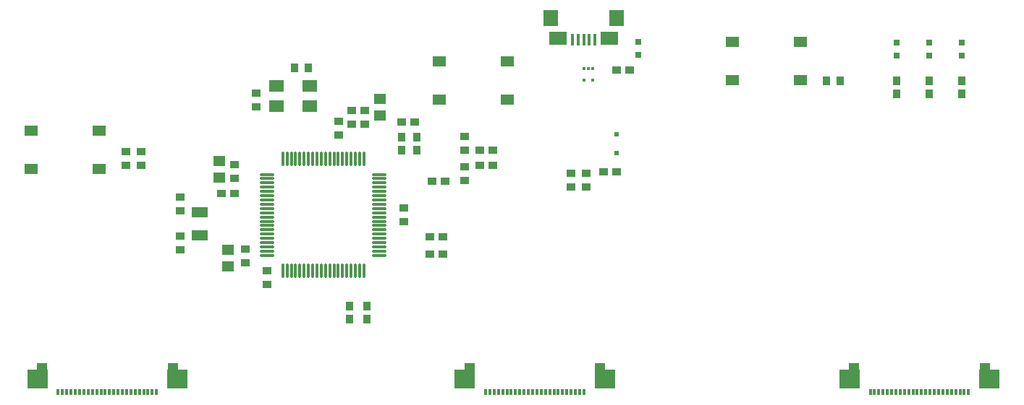
<source format=gtp>
G04 Layer_Color=8421504*
%FSLAX25Y25*%
%MOIN*%
G70*
G01*
G75*
%ADD10R,0.07087X0.05709*%
%ADD11R,0.06102X0.05118*%
%ADD12R,0.07480X0.05118*%
%ADD13O,0.01181X0.06890*%
%ADD14O,0.06890X0.01181*%
%ADD15R,0.09449X0.08661*%
%ADD16R,0.01181X0.03150*%
%ADD17R,0.05118X0.11811*%
%ADD18R,0.07087X0.07480*%
%ADD19R,0.08268X0.06299*%
%ADD20R,0.01575X0.05315*%
%ADD21R,0.03150X0.03150*%
%ADD22R,0.05709X0.04528*%
%ADD23R,0.03937X0.03740*%
%ADD24R,0.03740X0.03937*%
%ADD25R,0.02362X0.02362*%
%ADD26R,0.03543X0.03937*%
%ADD27R,0.03937X0.03543*%
%ADD28R,0.01181X0.01772*%
D10*
X164323Y260724D02*
D03*
Y251276D02*
D03*
X179677D02*
D03*
Y260724D02*
D03*
D11*
X82650Y222142D02*
D03*
Y239858D02*
D03*
X51350D02*
D03*
Y222142D02*
D03*
X270650Y254142D02*
D03*
Y271858D02*
D03*
X239350D02*
D03*
Y254142D02*
D03*
X374350Y280858D02*
D03*
Y263142D02*
D03*
X405650D02*
D03*
Y280858D02*
D03*
D12*
X129000Y191685D02*
D03*
Y202315D02*
D03*
D13*
X167299Y226886D02*
D03*
X169268D02*
D03*
X171236D02*
D03*
X173205D02*
D03*
X175173D02*
D03*
X177142D02*
D03*
X179110D02*
D03*
X181079D02*
D03*
X183047D02*
D03*
X185016D02*
D03*
X186984D02*
D03*
X188953D02*
D03*
X190921D02*
D03*
X192890D02*
D03*
X194858D02*
D03*
X196827D02*
D03*
X198795D02*
D03*
X200764D02*
D03*
X202732D02*
D03*
X204701D02*
D03*
Y175114D02*
D03*
X202732D02*
D03*
X200764D02*
D03*
X198795D02*
D03*
X196827D02*
D03*
X194858D02*
D03*
X192890D02*
D03*
X190921D02*
D03*
X188953D02*
D03*
X186984D02*
D03*
X185016D02*
D03*
X183047D02*
D03*
X181079D02*
D03*
X179110D02*
D03*
X177142D02*
D03*
X175173D02*
D03*
X173205D02*
D03*
X171236D02*
D03*
X169268D02*
D03*
X167299D02*
D03*
D14*
X211886Y219701D02*
D03*
Y217732D02*
D03*
Y215764D02*
D03*
Y213795D02*
D03*
Y211827D02*
D03*
Y209858D02*
D03*
Y207890D02*
D03*
Y205921D02*
D03*
Y203953D02*
D03*
Y201984D02*
D03*
Y200016D02*
D03*
Y198047D02*
D03*
Y196079D02*
D03*
Y194110D02*
D03*
Y192142D02*
D03*
Y190173D02*
D03*
Y188205D02*
D03*
Y186236D02*
D03*
Y184268D02*
D03*
Y182299D02*
D03*
X160114D02*
D03*
Y184268D02*
D03*
Y186236D02*
D03*
Y188205D02*
D03*
Y190173D02*
D03*
Y192142D02*
D03*
Y194110D02*
D03*
Y196079D02*
D03*
Y198047D02*
D03*
Y200016D02*
D03*
Y201984D02*
D03*
Y203953D02*
D03*
Y205921D02*
D03*
Y207890D02*
D03*
Y209858D02*
D03*
Y211827D02*
D03*
Y213795D02*
D03*
Y215764D02*
D03*
Y217732D02*
D03*
Y219701D02*
D03*
D15*
X118811Y125165D02*
D03*
X54244D02*
D03*
X315661D02*
D03*
X251095D02*
D03*
X492827D02*
D03*
X428260D02*
D03*
D16*
X63890Y119260D02*
D03*
X65858D02*
D03*
X67827D02*
D03*
X69795D02*
D03*
X71764D02*
D03*
X73732D02*
D03*
X75701D02*
D03*
X77669D02*
D03*
X79638D02*
D03*
X81606D02*
D03*
X83575D02*
D03*
X87512D02*
D03*
X85543D02*
D03*
X89480D02*
D03*
X91449D02*
D03*
X93417D02*
D03*
X95386D02*
D03*
X97354D02*
D03*
X99323D02*
D03*
X101291D02*
D03*
X103260D02*
D03*
X105228D02*
D03*
X107197D02*
D03*
X109165D02*
D03*
X260740D02*
D03*
X262709D02*
D03*
X264677D02*
D03*
X266646D02*
D03*
X268614D02*
D03*
X270583D02*
D03*
X272551D02*
D03*
X274520D02*
D03*
X276488D02*
D03*
X278457D02*
D03*
X280425D02*
D03*
X284362D02*
D03*
X282394D02*
D03*
X286331D02*
D03*
X288299D02*
D03*
X290268D02*
D03*
X292236D02*
D03*
X294205D02*
D03*
X296173D02*
D03*
X298142D02*
D03*
X300110D02*
D03*
X302079D02*
D03*
X304047D02*
D03*
X306016D02*
D03*
X437906D02*
D03*
X439874D02*
D03*
X441843D02*
D03*
X443811D02*
D03*
X445780D02*
D03*
X447748D02*
D03*
X449717D02*
D03*
X451685D02*
D03*
X453653D02*
D03*
X455622D02*
D03*
X457590D02*
D03*
X461528D02*
D03*
X459559D02*
D03*
X463496D02*
D03*
X465465D02*
D03*
X467433D02*
D03*
X469402D02*
D03*
X471370D02*
D03*
X473339D02*
D03*
X475307D02*
D03*
X477276D02*
D03*
X479244D02*
D03*
X481213D02*
D03*
X483181D02*
D03*
D17*
X56410Y126937D02*
D03*
X116646D02*
D03*
X253260D02*
D03*
X313496D02*
D03*
X430425D02*
D03*
X490661D02*
D03*
D18*
X290764Y292039D02*
D03*
X320961D02*
D03*
D19*
X293992Y282492D02*
D03*
X317850D02*
D03*
D20*
X300823Y282000D02*
D03*
X303382D02*
D03*
X305941D02*
D03*
X308500D02*
D03*
X311059D02*
D03*
D21*
X331000Y280953D02*
D03*
Y275047D02*
D03*
X480000Y280453D02*
D03*
Y274547D02*
D03*
X465000Y280453D02*
D03*
Y274547D02*
D03*
X450000Y280453D02*
D03*
Y274547D02*
D03*
D22*
X142000Y184740D02*
D03*
Y177260D02*
D03*
X138000Y218260D02*
D03*
Y225740D02*
D03*
X212000Y254480D02*
D03*
Y247000D02*
D03*
D23*
X155000Y250850D02*
D03*
Y257150D02*
D03*
X120000Y184850D02*
D03*
Y191150D02*
D03*
Y209150D02*
D03*
Y202850D02*
D03*
X95000Y223850D02*
D03*
Y230150D02*
D03*
X193000Y237850D02*
D03*
Y244150D02*
D03*
X199000Y242850D02*
D03*
Y249150D02*
D03*
X150000Y185150D02*
D03*
Y178850D02*
D03*
X145000Y217850D02*
D03*
Y224150D02*
D03*
X223000Y204150D02*
D03*
Y197850D02*
D03*
X160000Y175150D02*
D03*
Y168850D02*
D03*
X102000Y223850D02*
D03*
Y230150D02*
D03*
X251000Y230850D02*
D03*
Y237150D02*
D03*
Y223150D02*
D03*
Y216850D02*
D03*
X307000Y220150D02*
D03*
Y213850D02*
D03*
X300000Y220150D02*
D03*
Y213850D02*
D03*
X205000Y249150D02*
D03*
Y242850D02*
D03*
D24*
X179150Y269000D02*
D03*
X172850D02*
D03*
X417850Y263000D02*
D03*
X424150D02*
D03*
D25*
X321000Y238331D02*
D03*
Y229669D02*
D03*
D26*
X229000Y231047D02*
D03*
Y236953D02*
D03*
X222000Y231047D02*
D03*
Y236953D02*
D03*
X206000Y158953D02*
D03*
Y153047D02*
D03*
X198000Y158953D02*
D03*
Y153047D02*
D03*
X480000Y262953D02*
D03*
Y257047D02*
D03*
X465000Y262953D02*
D03*
Y257047D02*
D03*
X450000Y262953D02*
D03*
Y257047D02*
D03*
D27*
X258047Y230953D02*
D03*
X263953D02*
D03*
X258047Y223953D02*
D03*
X263953D02*
D03*
X315047Y221000D02*
D03*
X320953D02*
D03*
X326953Y268000D02*
D03*
X321047D02*
D03*
X144953Y211000D02*
D03*
X139047D02*
D03*
X241953Y216500D02*
D03*
X236047D02*
D03*
X222047Y244000D02*
D03*
X227953D02*
D03*
X235047Y191000D02*
D03*
X240953D02*
D03*
X235047Y183000D02*
D03*
X240953D02*
D03*
D28*
X308000Y268657D02*
D03*
X309968D02*
D03*
X306031D02*
D03*
X309968Y263342D02*
D03*
X306031D02*
D03*
M02*

</source>
